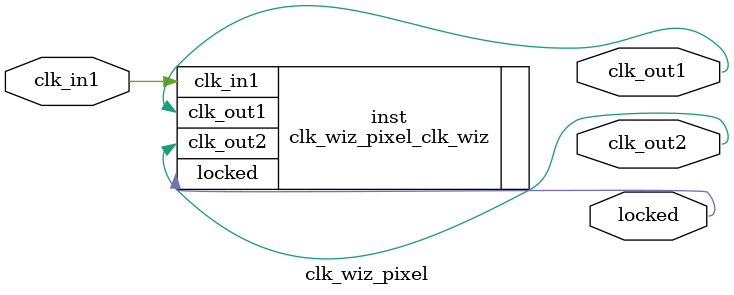
<source format=v>


`timescale 1ps/1ps

(* CORE_GENERATION_INFO = "clk_wiz_pixel,clk_wiz_v6_0_4_0_0,{component_name=clk_wiz_pixel,use_phase_alignment=true,use_min_o_jitter=false,use_max_i_jitter=false,use_dyn_phase_shift=false,use_inclk_switchover=false,use_dyn_reconfig=false,enable_axi=0,feedback_source=FDBK_AUTO,PRIMITIVE=MMCM,num_out_clk=2,clkin1_period=20.000,clkin2_period=10.0,use_power_down=false,use_reset=false,use_locked=true,use_inclk_stopped=false,feedback_type=SINGLE,CLOCK_MGR_TYPE=NA,manual_override=false}" *)

module clk_wiz_pixel 
 (
  // Clock out ports
  output        clk_out1,
  output        clk_out2,
  // Status and control signals
  output        locked,
 // Clock in ports
  input         clk_in1
 );

  clk_wiz_pixel_clk_wiz inst
  (
  // Clock out ports  
  .clk_out1(clk_out1),
  .clk_out2(clk_out2),
  // Status and control signals               
  .locked(locked),
 // Clock in ports
  .clk_in1(clk_in1)
  );

endmodule

</source>
